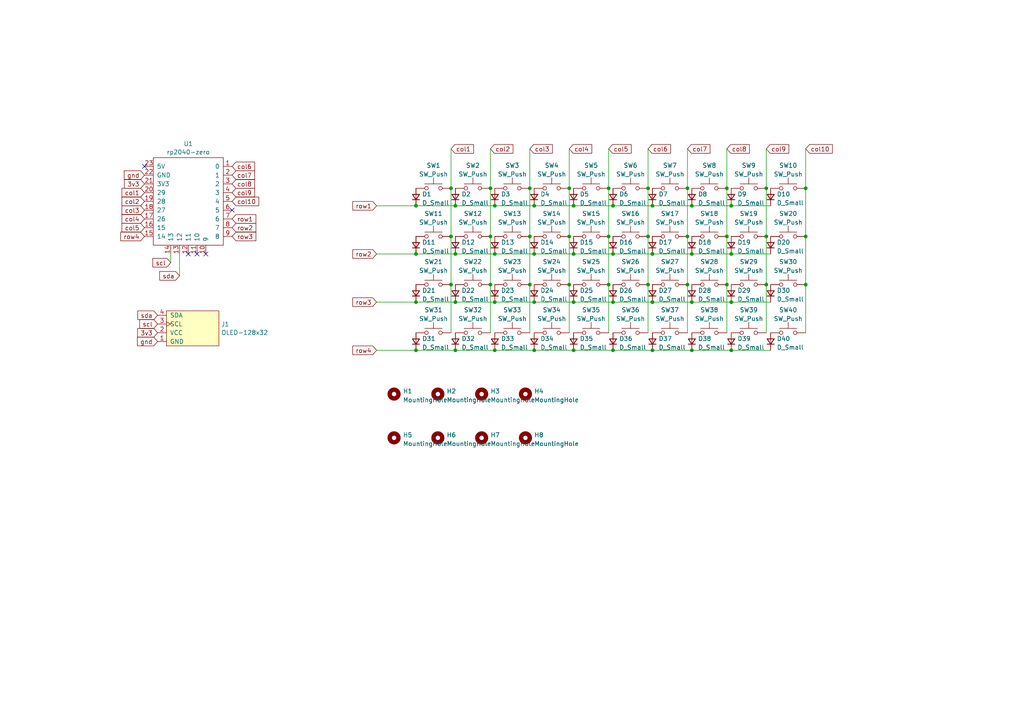
<source format=kicad_sch>
(kicad_sch (version 20230121) (generator eeschema)
  (paper "A4")
  (lib_symbols
    (symbol "Device:D_Small" (pin_numbers hide) (pin_names (offset 0.254) hide)
      (property "Reference" "D" (at -1.27 2.032 0))
      (property "Value" "D_Small" (at -3.81 -2.032 0))
      (symbol "D_Small_0_1"
        (polyline (pts (xy -0.762 -1.016) (xy -0.762 1.016)) (stroke (width 0.254)))
        (polyline (pts (xy -0.762 0) (xy 0.762 0)))
        (polyline (pts (xy 0.762 -1.016) (xy -0.762 0) (xy 0.762 1.016) (xy 0.762 -1.016)) (stroke (width 0.254)))
      )
      (symbol "D_Small_1_1"
        (pin passive line (at -2.54 0 0) (length 1.778) (name "K") (number "1"))
        (pin passive line (at 2.54 0 180) (length 1.778) (name "A") (number "2"))
      )
    )
    (symbol "Mechanical:MountingHole" (pin_names (offset 1.016))
      (property "Reference" "H" (at 0 5.08 0))
      (property "Value" "MountingHole" (at 0 3.175 0))
      (symbol "MountingHole_0_1"
        (circle (center 0 0) (radius 1.27) (stroke (width 1.27)))
      )
    )
    (symbol "Switch:SW_Push" (pin_numbers hide) (pin_names (offset 1.016) hide)
      (property "Reference" "SW" (at 1.27 2.54 0))
      (property "Value" "SW_Push" (at 0 -1.524 0))
      (symbol "SW_Push_0_1"
        (circle (center -2.032 0) (radius 0.508))
        (polyline (pts (xy 0 1.27) (xy 0 3.048)))
        (polyline (pts (xy 2.54 1.27) (xy -2.54 1.27)))
        (circle (center 2.032 0) (radius 0.508))
        (pin passive line (at -5.08 0 0) (length 2.54) (name "1") (number "1"))
        (pin passive line (at 5.08 0 180) (length 2.54) (name "2") (number "2"))
      )
    )
    (symbol "display:OLED-128x32" (pin_names (offset 1.016))
      (property "Reference" "J" (at 0 -6.35 0))
      (property "Value" "OLED-128x32" (at 0 6.35 0))
      (symbol "OLED-128x32_0_1"
        (rectangle (start 0 5.08) (end 15.24 -5.08) (fill (type background)))
      )
      (symbol "OLED-128x32_1_1"
        (pin power_in line (at -2.54 -3.81 0) (length 2.54) (name "GND") (number "1"))
        (pin power_in line (at -2.54 -1.27 0) (length 2.54) (name "VCC") (number "2"))
        (pin input clock (at -2.54 1.27 0) (length 2.54) (name "SCL") (number "3"))
        (pin bidirectional line (at -2.54 3.81 0) (length 2.54) (name "SDA") (number "4"))
      )
    )
    (symbol "mcu:rp2040-zero" (pin_names (offset 1.016))
      (property "Reference" "U" (at 0 15.24 0))
      (property "Value" "rp2040-zero" (at 0 12.7 0))
      (symbol "rp2040-zero_0_1"
        (rectangle (start -10.16 11.43) (end 10.16 -13.97))
      )
      (symbol "rp2040-zero_1_1"
        (pin bidirectional line (at 12.7 8.89 180) (length 2.54) (name "0") (number "1"))
        (pin bidirectional line (at 5.08 -16.51 90) (length 2.54) (name "9") (number "10"))
        (pin bidirectional line (at 2.54 -16.51 90) (length 2.54) (name "10") (number "11"))
        (pin bidirectional line (at 0 -16.51 90) (length 2.54) (name "11") (number "12"))
        (pin bidirectional line (at -2.54 -16.51 90) (length 2.54) (name "12") (number "13"))
        (pin bidirectional line (at -5.08 -16.51 90) (length 2.54) (name "13") (number "14"))
        (pin bidirectional line (at -12.7 -11.43 0) (length 2.54) (name "14") (number "15"))
        (pin bidirectional line (at -12.7 -8.89 0) (length 2.54) (name "15") (number "16"))
        (pin bidirectional line (at -12.7 -6.35 0) (length 2.54) (name "26") (number "17"))
        (pin bidirectional line (at -12.7 -3.81 0) (length 2.54) (name "27") (number "18"))
        (pin bidirectional line (at -12.7 -1.27 0) (length 2.54) (name "28") (number "19"))
        (pin bidirectional line (at 12.7 6.35 180) (length 2.54) (name "1") (number "2"))
        (pin bidirectional line (at -12.7 1.27 0) (length 2.54) (name "29") (number "20"))
        (pin power_out line (at -12.7 3.81 0) (length 2.54) (name "3V3") (number "21"))
        (pin power_out line (at -12.7 6.35 0) (length 2.54) (name "GND") (number "22"))
        (pin power_out line (at -12.7 8.89 0) (length 2.54) (name "5V") (number "23"))
        (pin bidirectional line (at 12.7 3.81 180) (length 2.54) (name "2") (number "3"))
        (pin bidirectional line (at 12.7 1.27 180) (length 2.54) (name "3") (number "4"))
        (pin bidirectional line (at 12.7 -1.27 180) (length 2.54) (name "4") (number "5"))
        (pin bidirectional line (at 12.7 -3.81 180) (length 2.54) (name "5") (number "6"))
        (pin bidirectional line (at 12.7 -6.35 180) (length 2.54) (name "6") (number "7"))
        (pin bidirectional line (at 12.7 -8.89 180) (length 2.54) (name "7") (number "8"))
        (pin bidirectional line (at 12.7 -11.43 180) (length 2.54) (name "8") (number "9"))
      )
    )
  )
  (junction (at 189.23 59.69))
  (junction (at 120.65 87.63))
  (junction (at 166.37 101.6))
  (junction (at 154.94 73.66))
  (junction (at 187.96 54.61))
  (junction (at 187.96 82.55))
  (junction (at 130.81 68.58))
  (junction (at 166.37 73.66))
  (junction (at 199.39 54.61))
  (junction (at 153.67 82.55))
  (junction (at 143.51 59.69))
  (junction (at 189.23 101.6))
  (junction (at 187.96 68.58))
  (junction (at 154.94 101.6))
  (junction (at 176.53 54.61))
  (junction (at 212.09 59.69))
  (junction (at 132.08 101.6))
  (junction (at 120.65 101.6))
  (junction (at 143.51 101.6))
  (junction (at 200.66 73.66))
  (junction (at 199.39 82.55))
  (junction (at 154.94 59.69))
  (junction (at 200.66 101.6))
  (junction (at 165.1 54.61))
  (junction (at 200.66 87.63))
  (junction (at 212.09 73.66))
  (junction (at 233.68 82.55))
  (junction (at 166.37 59.69))
  (junction (at 212.09 101.6))
  (junction (at 142.24 68.58))
  (junction (at 132.08 73.66))
  (junction (at 233.68 68.58))
  (junction (at 154.94 87.63))
  (junction (at 212.09 87.63))
  (junction (at 176.53 68.58))
  (junction (at 210.82 54.61))
  (junction (at 210.82 82.55))
  (junction (at 176.53 82.55))
  (junction (at 153.67 68.58))
  (junction (at 222.25 54.61))
  (junction (at 177.8 59.69))
  (junction (at 199.39 68.58))
  (junction (at 177.8 87.63))
  (junction (at 143.51 87.63))
  (junction (at 132.08 87.63))
  (junction (at 233.68 54.61))
  (junction (at 120.65 73.66))
  (junction (at 165.1 82.55))
  (junction (at 177.8 101.6))
  (junction (at 189.23 87.63))
  (junction (at 222.25 68.58))
  (junction (at 132.08 59.69))
  (junction (at 166.37 87.63))
  (junction (at 177.8 73.66))
  (junction (at 210.82 68.58))
  (junction (at 222.25 82.55))
  (junction (at 130.81 54.61))
  (junction (at 142.24 82.55))
  (junction (at 120.65 59.69))
  (junction (at 165.1 68.58))
  (junction (at 143.51 73.66))
  (junction (at 130.81 82.55))
  (junction (at 142.24 54.61))
  (junction (at 189.23 73.66))
  (junction (at 153.67 54.61))
  (junction (at 200.66 59.69))
  (no_connect (at 57.15 73.66))
  (no_connect (at 41.91 48.26))
  (no_connect (at 59.69 73.66))
  (no_connect (at 67.31 60.96))
  (no_connect (at 54.61 73.66))
  (wire (pts (xy 153.67 54.61) (xy 153.67 68.58)))
  (wire (pts (xy 153.67 68.58) (xy 153.67 82.55)))
  (wire (pts (xy 165.1 82.55) (xy 165.1 96.52)))
  (wire (pts (xy 222.25 68.58) (xy 222.25 82.55)))
  (wire (pts (xy 176.53 68.58) (xy 176.53 82.55)))
  (wire (pts (xy 154.94 101.6) (xy 166.37 101.6)))
  (wire (pts (xy 143.51 101.6) (xy 154.94 101.6)))
  (wire (pts (xy 200.66 73.66) (xy 212.09 73.66)))
  (wire (pts (xy 143.51 87.63) (xy 154.94 87.63)))
  (wire (pts (xy 109.22 73.66) (xy 120.65 73.66)))
  (wire (pts (xy 233.68 54.61) (xy 233.68 68.58)))
  (wire (pts (xy 187.96 43.18) (xy 187.96 54.61)))
  (wire (pts (xy 199.39 82.55) (xy 199.39 96.52)))
  (wire (pts (xy 154.94 73.66) (xy 166.37 73.66)))
  (wire (pts (xy 210.82 68.58) (xy 210.82 82.55)))
  (wire (pts (xy 153.67 43.18) (xy 153.67 54.61)))
  (wire (pts (xy 142.24 82.55) (xy 142.24 96.52)))
  (wire (pts (xy 130.81 68.58) (xy 130.81 82.55)))
  (wire (pts (xy 142.24 43.18) (xy 142.24 54.61)))
  (wire (pts (xy 222.25 43.18) (xy 222.25 54.61)))
  (wire (pts (xy 212.09 101.6) (xy 223.52 101.6)))
  (wire (pts (xy 142.24 68.58) (xy 142.24 82.55)))
  (wire (pts (xy 143.51 59.69) (xy 154.94 59.69)))
  (wire (pts (xy 109.22 101.6) (xy 120.65 101.6)))
  (wire (pts (xy 200.66 101.6) (xy 212.09 101.6)))
  (wire (pts (xy 130.81 82.55) (xy 130.81 96.52)))
  (wire (pts (xy 166.37 87.63) (xy 177.8 87.63)))
  (wire (pts (xy 199.39 43.18) (xy 199.39 54.61)))
  (wire (pts (xy 109.22 59.69) (xy 120.65 59.69)))
  (wire (pts (xy 222.25 82.55) (xy 222.25 96.52)))
  (wire (pts (xy 189.23 101.6) (xy 200.66 101.6)))
  (wire (pts (xy 199.39 68.58) (xy 199.39 82.55)))
  (wire (pts (xy 187.96 68.58) (xy 187.96 82.55)))
  (wire (pts (xy 200.66 87.63) (xy 212.09 87.63)))
  (wire (pts (xy 233.68 43.18) (xy 233.68 54.61)))
  (wire (pts (xy 212.09 59.69) (xy 223.52 59.69)))
  (wire (pts (xy 132.08 87.63) (xy 143.51 87.63)))
  (wire (pts (xy 132.08 73.66) (xy 143.51 73.66)))
  (wire (pts (xy 165.1 68.58) (xy 165.1 82.55)))
  (wire (pts (xy 177.8 101.6) (xy 189.23 101.6)))
  (wire (pts (xy 132.08 101.6) (xy 143.51 101.6)))
  (wire (pts (xy 120.65 73.66) (xy 132.08 73.66)))
  (wire (pts (xy 176.53 82.55) (xy 176.53 96.52)))
  (wire (pts (xy 200.66 59.69) (xy 212.09 59.69)))
  (wire (pts (xy 120.65 101.6) (xy 132.08 101.6)))
  (wire (pts (xy 120.65 59.69) (xy 132.08 59.69)))
  (wire (pts (xy 233.68 68.58) (xy 233.68 82.55)))
  (wire (pts (xy 165.1 43.18) (xy 165.1 54.61)))
  (wire (pts (xy 166.37 101.6) (xy 177.8 101.6)))
  (wire (pts (xy 177.8 59.69) (xy 189.23 59.69)))
  (wire (pts (xy 52.07 73.66) (xy 52.07 80.01)))
  (wire (pts (xy 142.24 54.61) (xy 142.24 68.58)))
  (wire (pts (xy 176.53 43.18) (xy 176.53 54.61)))
  (wire (pts (xy 130.81 43.18) (xy 130.81 54.61)))
  (wire (pts (xy 199.39 54.61) (xy 199.39 68.58)))
  (wire (pts (xy 189.23 87.63) (xy 200.66 87.63)))
  (wire (pts (xy 212.09 87.63) (xy 223.52 87.63)))
  (wire (pts (xy 210.82 82.55) (xy 210.82 96.52)))
  (wire (pts (xy 154.94 59.69) (xy 166.37 59.69)))
  (wire (pts (xy 165.1 54.61) (xy 165.1 68.58)))
  (wire (pts (xy 166.37 59.69) (xy 177.8 59.69)))
  (wire (pts (xy 177.8 87.63) (xy 189.23 87.63)))
  (wire (pts (xy 212.09 73.66) (xy 223.52 73.66)))
  (wire (pts (xy 233.68 82.55) (xy 233.68 96.52)))
  (wire (pts (xy 153.67 82.55) (xy 153.67 96.52)))
  (wire (pts (xy 49.53 73.66) (xy 49.53 76.2)))
  (wire (pts (xy 177.8 73.66) (xy 189.23 73.66)))
  (wire (pts (xy 210.82 43.18) (xy 210.82 54.61)))
  (wire (pts (xy 132.08 59.69) (xy 143.51 59.69)))
  (wire (pts (xy 143.51 73.66) (xy 154.94 73.66)))
  (wire (pts (xy 222.25 54.61) (xy 222.25 68.58)))
  (wire (pts (xy 130.81 54.61) (xy 130.81 68.58)))
  (wire (pts (xy 154.94 87.63) (xy 166.37 87.63)))
  (wire (pts (xy 176.53 54.61) (xy 176.53 68.58)))
  (wire (pts (xy 120.65 87.63) (xy 132.08 87.63)))
  (wire (pts (xy 210.82 54.61) (xy 210.82 68.58)))
  (wire (pts (xy 109.22 87.63) (xy 120.65 87.63)))
  (wire (pts (xy 189.23 59.69) (xy 200.66 59.69)))
  (wire (pts (xy 187.96 82.55) (xy 187.96 96.52)))
  (wire (pts (xy 166.37 73.66) (xy 177.8 73.66)))
  (wire (pts (xy 187.96 54.61) (xy 187.96 68.58)))
  (wire (pts (xy 189.23 73.66) (xy 200.66 73.66)))
  (global_label "col10" (shape input) (at 67.31 58.42 0) (property "Intersheetrefs" "${INTERSHEET_REFS}" (effects hide)))
  (global_label "col4" (shape input) (at 41.91 63.5 180) (property "Intersheetrefs" "${INTERSHEET_REFS}" (effects hide)))
  (global_label "3v3" (shape input) (at 41.91 53.34 180) (property "Intersheetrefs" "${INTERSHEET_REFS}" (effects hide)))
  (global_label "col6" (shape input) (at 187.96 43.18 0) (property "Intersheetrefs" "${INTERSHEET_REFS}" (effects hide)))
  (global_label "3v3" (shape input) (at 45.72 96.52 180) (property "Intersheetrefs" "${INTERSHEET_REFS}" (effects hide)))
  (global_label "col7" (shape input) (at 199.39 43.18 0) (property "Intersheetrefs" "${INTERSHEET_REFS}" (effects hide)))
  (global_label "scl" (shape input) (at 49.53 76.2 180) (property "Intersheetrefs" "${INTERSHEET_REFS}" (effects hide)))
  (global_label "col3" (shape input) (at 41.91 60.96 180) (property "Intersheetrefs" "${INTERSHEET_REFS}" (effects hide)))
  (global_label "col1" (shape input) (at 130.81 43.18 0) (property "Intersheetrefs" "${INTERSHEET_REFS}" (effects hide)))
  (global_label "col4" (shape input) (at 165.1 43.18 0) (property "Intersheetrefs" "${INTERSHEET_REFS}" (effects hide)))
  (global_label "sda" (shape input) (at 45.72 91.44 180) (property "Intersheetrefs" "${INTERSHEET_REFS}" (effects hide)))
  (global_label "col5" (shape input) (at 41.91 66.04 180) (property "Intersheetrefs" "${INTERSHEET_REFS}" (effects hide)))
  (global_label "col5" (shape input) (at 176.53 43.18 0) (property "Intersheetrefs" "${INTERSHEET_REFS}" (effects hide)))
  (global_label "row4" (shape input) (at 41.91 68.58 180) (property "Intersheetrefs" "${INTERSHEET_REFS}" (effects hide)))
  (global_label "row3" (shape input) (at 67.31 68.58 0) (property "Intersheetrefs" "${INTERSHEET_REFS}" (effects hide)))
  (global_label "row2" (shape input) (at 67.31 66.04 0) (property "Intersheetrefs" "${INTERSHEET_REFS}" (effects hide)))
  (global_label "col7" (shape input) (at 67.31 50.8 0) (property "Intersheetrefs" "${INTERSHEET_REFS}" (effects hide)))
  (global_label "col2" (shape input) (at 142.24 43.18 0) (property "Intersheetrefs" "${INTERSHEET_REFS}" (effects hide)))
  (global_label "gnd" (shape input) (at 45.72 99.06 180) (property "Intersheetrefs" "${INTERSHEET_REFS}" (effects hide)))
  (global_label "row1" (shape input) (at 109.22 59.69 180) (property "Intersheetrefs" "${INTERSHEET_REFS}" (effects hide)))
  (global_label "sda" (shape input) (at 52.07 80.01 180) (property "Intersheetrefs" "${INTERSHEET_REFS}" (effects hide)))
  (global_label "row1" (shape input) (at 67.31 63.5 0) (property "Intersheetrefs" "${INTERSHEET_REFS}" (effects hide)))
  (global_label "col1" (shape input) (at 41.91 55.88 180) (property "Intersheetrefs" "${INTERSHEET_REFS}" (effects hide)))
  (global_label "row4" (shape input) (at 109.22 101.6 180) (property "Intersheetrefs" "${INTERSHEET_REFS}" (effects hide)))
  (global_label "gnd" (shape input) (at 41.91 50.8 180) (property "Intersheetrefs" "${INTERSHEET_REFS}" (effects hide)))
  (global_label "col8" (shape input) (at 210.82 43.18 0) (property "Intersheetrefs" "${INTERSHEET_REFS}" (effects hide)))
  (global_label "col9" (shape input) (at 222.25 43.18 0) (property "Intersheetrefs" "${INTERSHEET_REFS}" (effects hide)))
  (global_label "row3" (shape input) (at 109.22 87.63 180) (property "Intersheetrefs" "${INTERSHEET_REFS}" (effects hide)))
  (global_label "col2" (shape input) (at 41.91 58.42 180) (property "Intersheetrefs" "${INTERSHEET_REFS}" (effects hide)))
  (global_label "col6" (shape input) (at 67.31 48.26 0) (property "Intersheetrefs" "${INTERSHEET_REFS}" (effects hide)))
  (global_label "col8" (shape input) (at 67.31 53.34 0) (property "Intersheetrefs" "${INTERSHEET_REFS}" (effects hide)))
  (global_label "scl" (shape input) (at 45.72 93.98 180) (property "Intersheetrefs" "${INTERSHEET_REFS}" (effects hide)))
  (global_label "col3" (shape input) (at 153.67 43.18 0) (property "Intersheetrefs" "${INTERSHEET_REFS}" (effects hide)))
  (global_label "row2" (shape input) (at 109.22 73.66 180) (property "Intersheetrefs" "${INTERSHEET_REFS}" (effects hide)))
  (global_label "col9" (shape input) (at 67.31 55.88 0) (property "Intersheetrefs" "${INTERSHEET_REFS}" (effects hide)))
  (global_label "col10" (shape input) (at 233.68 43.18 0) (property "Intersheetrefs" "${INTERSHEET_REFS}" (effects hide)))
  (symbol (lib_id "Switch:SW_Push") (at 148.59 68.58 0) (unit 1)
    (property "Reference" "SW13" (at 148.59 61.9592 0))
    (property "Value" "SW_Push" (at 148.59 64.4961 0))
    (property "Footprint" "userlib:Button_Mute_Kailh" (effects hide))
  )
  (symbol (lib_id "Device:D_Small") (at 120.65 99.06 90) (unit 1)
    (property "Reference" "D31" (at 122.428 98.2253 90) (effects (justify right)))
    (property "Value" "D_Small" (at 122.428 100.7622 90) (effects (justify right)))
    (property "Footprint" "Diode_SMD:D_MiniMELF" (effects hide))
  )
  (symbol (lib_id "Switch:SW_Push") (at 125.73 82.55 0) (unit 1)
    (property "Reference" "SW21" (at 125.73 75.9292 0))
    (property "Value" "SW_Push" (at 125.73 78.4661 0))
    (property "Footprint" "userlib:Button_Mute_Kailh" (effects hide))
  )
  (symbol (lib_id "Device:D_Small") (at 132.08 57.15 90) (unit 1)
    (property "Reference" "D2" (at 133.858 56.3153 90) (effects (justify right)))
    (property "Value" "D_Small" (at 133.858 58.8522 90) (effects (justify right)))
    (property "Footprint" "Diode_SMD:D_MiniMELF" (effects hide))
  )
  (symbol (lib_id "Device:D_Small") (at 166.37 99.06 90) (unit 1)
    (property "Reference" "D35" (at 168.148 98.2253 90) (effects (justify right)))
    (property "Value" "D_Small" (at 168.148 100.7622 90) (effects (justify right)))
    (property "Footprint" "Diode_SMD:D_MiniMELF" (effects hide))
  )
  (symbol (lib_id "Device:D_Small") (at 166.37 85.09 90) (unit 1)
    (property "Reference" "D25" (at 168.148 84.2553 90) (effects (justify right)))
    (property "Value" "D_Small" (at 168.148 86.7922 90) (effects (justify right)))
    (property "Footprint" "Diode_SMD:D_MiniMELF" (effects hide))
  )
  (symbol (lib_id "Device:D_Small") (at 177.8 99.06 90) (unit 1)
    (property "Reference" "D36" (at 179.578 98.2253 90) (effects (justify right)))
    (property "Value" "D_Small" (at 179.578 100.7622 90) (effects (justify right)))
    (property "Footprint" "Diode_SMD:D_MiniMELF" (effects hide))
  )
  (symbol (lib_id "Device:D_Small") (at 154.94 99.06 90) (unit 1)
    (property "Reference" "D34" (at 156.718 98.2253 90) (effects (justify right)))
    (property "Value" "D_Small" (at 156.718 100.7622 90) (effects (justify right)))
    (property "Footprint" "Diode_SMD:D_MiniMELF" (effects hide))
  )
  (symbol (lib_id "Device:D_Small") (at 200.66 71.12 90) (unit 1)
    (property "Reference" "D18" (at 202.438 70.2853 90) (effects (justify right)))
    (property "Value" "D_Small" (at 202.438 72.8222 90) (effects (justify right)))
    (property "Footprint" "Diode_SMD:D_MiniMELF" (effects hide))
  )
  (symbol (lib_id "Switch:SW_Push") (at 171.45 54.61 0) (unit 1)
    (property "Reference" "SW5" (at 171.45 47.9892 0))
    (property "Value" "SW_Push" (at 171.45 50.5261 0))
    (property "Footprint" "userlib:Button_Mute_Kailh" (effects hide))
  )
  (symbol (lib_id "display:OLED-128x32") (at 48.26 95.25 0) (unit 1)
    (property "Reference" "J1" (at 64.135 94.0379 0) (effects (justify left)))
    (property "Value" "OLED-128x32" (at 64.135 96.4621 0) (effects (justify left)))
    (property "Footprint" "display:OLED-128x32-cutout" (effects hide))
  )
  (symbol (lib_id "Switch:SW_Push") (at 125.73 68.58 0) (unit 1)
    (property "Reference" "SW11" (at 125.73 61.9592 0))
    (property "Value" "SW_Push" (at 125.73 64.4961 0))
    (property "Footprint" "userlib:Button_Mute_Kailh" (effects hide))
  )
  (symbol (lib_id "mcu:rp2040-zero") (at 54.61 57.15 0) (unit 1)
    (property "Reference" "U1" (at 54.61 41.7027 0))
    (property "Value" "rp2040-zero" (at 54.61 44.1269 0))
    (property "Footprint" "mcu:rp2040-zero-tht" (effects hide))
  )
  (symbol (lib_id "Device:D_Small") (at 154.94 57.15 90) (unit 1)
    (property "Reference" "D4" (at 156.718 56.3153 90) (effects (justify right)))
    (property "Value" "D_Small" (at 156.718 58.8522 90) (effects (justify right)))
    (property "Footprint" "Diode_SMD:D_MiniMELF" (effects hide))
  )
  (symbol (lib_id "Switch:SW_Push") (at 228.6 96.52 0) (unit 1)
    (property "Reference" "SW40" (at 228.6 89.8992 0))
    (property "Value" "SW_Push" (at 228.6 92.4361 0))
    (property "Footprint" "userlib:Button_Mute_Kailh" (effects hide))
  )
  (symbol (lib_id "Switch:SW_Push") (at 148.59 82.55 0) (unit 1)
    (property "Reference" "SW23" (at 148.59 75.9292 0))
    (property "Value" "SW_Push" (at 148.59 78.4661 0))
    (property "Footprint" "userlib:Button_Mute_Kailh" (effects hide))
  )
  (symbol (lib_id "Device:D_Small") (at 120.65 71.12 90) (unit 1)
    (property "Reference" "D11" (at 122.428 70.2853 90) (effects (justify right)))
    (property "Value" "D_Small" (at 122.428 72.8222 90) (effects (justify right)))
    (property "Footprint" "Diode_SMD:D_MiniMELF" (effects hide))
  )
  (symbol (lib_id "Switch:SW_Push") (at 217.17 68.58 0) (unit 1)
    (property "Reference" "SW19" (at 217.17 61.9592 0))
    (property "Value" "SW_Push" (at 217.17 64.4961 0))
    (property "Footprint" "userlib:Button_Mute_Kailh" (effects hide))
  )
  (symbol (lib_id "Device:D_Small") (at 143.51 85.09 90) (unit 1)
    (property "Reference" "D23" (at 145.288 84.2553 90) (effects (justify right)))
    (property "Value" "D_Small" (at 145.288 86.7922 90) (effects (justify right)))
    (property "Footprint" "Diode_SMD:D_MiniMELF" (effects hide))
  )
  (symbol (lib_id "Device:D_Small") (at 189.23 99.06 90) (unit 1)
    (property "Reference" "D37" (at 191.008 98.2253 90) (effects (justify right)))
    (property "Value" "D_Small" (at 191.008 100.7622 90) (effects (justify right)))
    (property "Footprint" "Diode_SMD:D_MiniMELF" (effects hide))
  )
  (symbol (lib_id "Device:D_Small") (at 212.09 71.12 90) (unit 1)
    (property "Reference" "D19" (at 213.868 70.2853 90) (effects (justify right)))
    (property "Value" "D_Small" (at 213.868 72.8222 90) (effects (justify right)))
    (property "Footprint" "Diode_SMD:D_MiniMELF" (effects hide))
  )
  (symbol (lib_id "Switch:SW_Push") (at 217.17 96.52 0) (unit 1)
    (property "Reference" "SW39" (at 217.17 89.8992 0))
    (property "Value" "SW_Push" (at 217.17 92.4361 0))
    (property "Footprint" "userlib:Button_Mute_Kailh" (effects hide))
  )
  (symbol (lib_id "Switch:SW_Push") (at 194.31 96.52 0) (unit 1)
    (property "Reference" "SW37" (at 194.31 89.8992 0))
    (property "Value" "SW_Push" (at 194.31 92.4361 0))
    (property "Footprint" "userlib:Button_Mute_Kailh" (effects hide))
  )
  (symbol (lib_id "Switch:SW_Push") (at 217.17 54.61 0) (unit 1)
    (property "Reference" "SW9" (at 217.17 47.9892 0))
    (property "Value" "SW_Push" (at 217.17 50.5261 0))
    (property "Footprint" "userlib:Button_Mute_Kailh" (effects hide))
  )
  (symbol (lib_id "Switch:SW_Push") (at 217.17 82.55 0) (unit 1)
    (property "Reference" "SW29" (at 217.17 75.9292 0))
    (property "Value" "SW_Push" (at 217.17 78.4661 0))
    (property "Footprint" "userlib:Button_Mute_Kailh" (effects hide))
  )
  (symbol (lib_id "Device:D_Small") (at 200.66 57.15 90) (unit 1)
    (property "Reference" "D8" (at 202.438 56.3153 90) (effects (justify right)))
    (property "Value" "D_Small" (at 202.438 58.8522 90) (effects (justify right)))
    (property "Footprint" "Diode_SMD:D_MiniMELF" (effects hide))
  )
  (symbol (lib_id "Device:D_Small") (at 166.37 71.12 90) (unit 1)
    (property "Reference" "D15" (at 168.148 70.2853 90) (effects (justify right)))
    (property "Value" "D_Small" (at 168.148 72.8222 90) (effects (justify right)))
    (property "Footprint" "Diode_SMD:D_MiniMELF" (effects hide))
  )
  (symbol (lib_id "Device:D_Small") (at 212.09 85.09 90) (unit 1)
    (property "Reference" "D29" (at 213.868 84.2553 90) (effects (justify right)))
    (property "Value" "D_Small" (at 213.868 86.7922 90) (effects (justify right)))
    (property "Footprint" "Diode_SMD:D_MiniMELF" (effects hide))
  )
  (symbol (lib_id "Device:D_Small") (at 154.94 85.09 90) (unit 1)
    (property "Reference" "D24" (at 156.718 84.2553 90) (effects (justify right)))
    (property "Value" "D_Small" (at 156.718 86.7922 90) (effects (justify right)))
    (property "Footprint" "Diode_SMD:D_MiniMELF" (effects hide))
  )
  (symbol (lib_id "Switch:SW_Push") (at 182.88 96.52 0) (unit 1)
    (property "Reference" "SW36" (at 182.88 89.8992 0))
    (property "Value" "SW_Push" (at 182.88 92.4361 0))
    (property "Footprint" "userlib:Button_Mute_Kailh" (effects hide))
  )
  (symbol (lib_id "Switch:SW_Push") (at 205.74 96.52 0) (unit 1)
    (property "Reference" "SW38" (at 205.74 89.8992 0))
    (property "Value" "SW_Push" (at 205.74 92.4361 0))
    (property "Footprint" "userlib:Button_Mute_Kailh" (effects hide))
  )
  (symbol (lib_id "Switch:SW_Push") (at 182.88 68.58 0) (unit 1)
    (property "Reference" "SW16" (at 182.88 61.9592 0))
    (property "Value" "SW_Push" (at 182.88 64.4961 0))
    (property "Footprint" "userlib:Button_Mute_Kailh" (effects hide))
  )
  (symbol (lib_id "Switch:SW_Push") (at 137.16 96.52 0) (unit 1)
    (property "Reference" "SW32" (at 137.16 89.8992 0))
    (property "Value" "SW_Push" (at 137.16 92.4361 0))
    (property "Footprint" "userlib:Button_Mute_Kailh" (effects hide))
  )
  (symbol (lib_id "Switch:SW_Push") (at 160.02 82.55 0) (unit 1)
    (property "Reference" "SW24" (at 160.02 75.9292 0))
    (property "Value" "SW_Push" (at 160.02 78.4661 0))
    (property "Footprint" "userlib:Button_Mute_Kailh" (effects hide))
  )
  (symbol (lib_id "Switch:SW_Push") (at 228.6 82.55 0) (unit 1)
    (property "Reference" "SW30" (at 228.6 75.9292 0))
    (property "Value" "SW_Push" (at 228.6 78.4661 0))
    (property "Footprint" "userlib:Button_Mute_Kailh" (effects hide))
  )
  (symbol (lib_id "Device:D_Small") (at 143.51 57.15 90) (unit 1)
    (property "Reference" "D3" (at 145.288 56.3153 90) (effects (justify right)))
    (property "Value" "D_Small" (at 145.288 58.8522 90) (effects (justify right)))
    (property "Footprint" "Diode_SMD:D_MiniMELF" (effects hide))
  )
  (symbol (lib_id "Switch:SW_Push") (at 205.74 68.58 0) (unit 1)
    (property "Reference" "SW18" (at 205.74 61.9592 0))
    (property "Value" "SW_Push" (at 205.74 64.4961 0))
    (property "Footprint" "userlib:Button_Mute_Kailh" (effects hide))
  )
  (symbol (lib_id "Switch:SW_Push") (at 194.31 54.61 0) (unit 1)
    (property "Reference" "SW7" (at 194.31 47.9892 0))
    (property "Value" "SW_Push" (at 194.31 50.5261 0))
    (property "Footprint" "userlib:Button_Mute_Kailh" (effects hide))
  )
  (symbol (lib_id "Device:D_Small") (at 223.52 85.09 90) (unit 1)
    (property "Reference" "D30" (at 225.298 84.2553 90) (effects (justify right)))
    (property "Value" "D_Small" (at 225.298 86.7922 90) (effects (justify right)))
    (property "Footprint" "Diode_SMD:D_MiniMELF" (effects hide))
  )
  (symbol (lib_id "Switch:SW_Push") (at 125.73 96.52 0) (unit 1)
    (property "Reference" "SW31" (at 125.73 89.8992 0))
    (property "Value" "SW_Push" (at 125.73 92.4361 0))
    (property "Footprint" "userlib:Button_Mute_Kailh" (effects hide))
  )
  (symbol (lib_id "Device:D_Small") (at 143.51 71.12 90) (unit 1)
    (property "Reference" "D13" (at 145.288 70.2853 90) (effects (justify right)))
    (property "Value" "D_Small" (at 145.288 72.8222 90) (effects (justify right)))
    (property "Footprint" "Diode_SMD:D_MiniMELF" (effects hide))
  )
  (symbol (lib_id "Switch:SW_Push") (at 125.73 54.61 0) (unit 1)
    (property "Reference" "SW1" (at 125.73 47.9892 0))
    (property "Value" "SW_Push" (at 125.73 50.5261 0))
    (property "Footprint" "userlib:Button_Mute_Kailh" (effects hide))
  )
  (symbol (lib_id "Mechanical:MountingHole") (at 152.4 114.3 0) (unit 1)
    (property "Reference" "H4" (at 154.94 113.4653 0) (effects (justify left)))
    (property "Value" "MountingHole" (at 154.94 116.0022 0) (effects (justify left)))
    (property "Footprint" "userlib:m1.6_hole" (effects hide))
  )
  (symbol (lib_id "Device:D_Small") (at 120.65 57.15 90) (unit 1)
    (property "Reference" "D1" (at 122.428 56.3153 90) (effects (justify right)))
    (property "Value" "D_Small" (at 122.428 58.8522 90) (effects (justify right)))
    (property "Footprint" "Diode_SMD:D_MiniMELF" (effects hide))
  )
  (symbol (lib_id "Switch:SW_Push") (at 171.45 96.52 0) (unit 1)
    (property "Reference" "SW35" (at 171.45 89.8992 0))
    (property "Value" "SW_Push" (at 171.45 92.4361 0))
    (property "Footprint" "userlib:Button_Mute_Kailh" (effects hide))
  )
  (symbol (lib_id "Mechanical:MountingHole") (at 114.3 114.3 0) (unit 1)
    (property "Reference" "H1" (at 116.84 113.4653 0) (effects (justify left)))
    (property "Value" "MountingHole" (at 116.84 116.0022 0) (effects (justify left)))
    (property "Footprint" "userlib:m1.6_hole" (effects hide))
  )
  (symbol (lib_id "Mechanical:MountingHole") (at 139.7 114.3 0) (unit 1)
    (property "Reference" "H3" (at 142.24 113.4653 0) (effects (justify left)))
    (property "Value" "MountingHole" (at 142.24 116.0022 0) (effects (justify left)))
    (property "Footprint" "userlib:m1.6_hole" (effects hide))
  )
  (symbol (lib_id "Device:D_Small") (at 177.8 71.12 90) (unit 1)
    (property "Reference" "D16" (at 179.578 70.2853 90) (effects (justify right)))
    (property "Value" "D_Small" (at 179.578 72.8222 90) (effects (justify right)))
    (property "Footprint" "Diode_SMD:D_MiniMELF" (effects hide))
  )
  (symbol (lib_id "Device:D_Small") (at 212.09 57.15 90) (unit 1)
    (property "Reference" "D9" (at 213.868 56.3153 90) (effects (justify right)))
    (property "Value" "D_Small" (at 213.868 58.8522 90) (effects (justify right)))
    (property "Footprint" "Diode_SMD:D_MiniMELF" (effects hide))
  )
  (symbol (lib_id "Device:D_Small") (at 223.52 71.12 90) (unit 1)
    (property "Reference" "D20" (at 225.298 70.2853 90) (effects (justify right)))
    (property "Value" "D_Small" (at 225.298 72.8222 90) (effects (justify right)))
    (property "Footprint" "Diode_SMD:D_MiniMELF" (effects hide))
  )
  (symbol (lib_id "Device:D_Small") (at 200.66 99.06 90) (unit 1)
    (property "Reference" "D38" (at 202.438 98.2253 90) (effects (justify right)))
    (property "Value" "D_Small" (at 202.438 100.7622 90) (effects (justify right)))
    (property "Footprint" "Diode_SMD:D_MiniMELF" (effects hide))
  )
  (symbol (lib_id "Mechanical:MountingHole") (at 139.7 127 0) (unit 1)
    (property "Reference" "H7" (at 142.24 126.1653 0) (effects (justify left)))
    (property "Value" "MountingHole" (at 142.24 128.7022 0) (effects (justify left)))
    (property "Footprint" "userlib:m1.6_hole" (effects hide))
  )
  (symbol (lib_id "Switch:SW_Push") (at 160.02 96.52 0) (unit 1)
    (property "Reference" "SW34" (at 160.02 89.8992 0))
    (property "Value" "SW_Push" (at 160.02 92.4361 0))
    (property "Footprint" "userlib:Button_Mute_Kailh" (effects hide))
  )
  (symbol (lib_id "Device:D_Small") (at 154.94 71.12 90) (unit 1)
    (property "Reference" "D14" (at 156.718 70.2853 90) (effects (justify right)))
    (property "Value" "D_Small" (at 156.718 72.8222 90) (effects (justify right)))
    (property "Footprint" "Diode_SMD:D_MiniMELF" (effects hide))
  )
  (symbol (lib_id "Switch:SW_Push") (at 160.02 54.61 0) (unit 1)
    (property "Reference" "SW4" (at 160.02 47.9892 0))
    (property "Value" "SW_Push" (at 160.02 50.5261 0))
    (property "Footprint" "userlib:Button_Mute_Kailh" (effects hide))
  )
  (symbol (lib_id "Device:D_Small") (at 177.8 85.09 90) (unit 1)
    (property "Reference" "D26" (at 179.578 84.2553 90) (effects (justify right)))
    (property "Value" "D_Small" (at 179.578 86.7922 90) (effects (justify right)))
    (property "Footprint" "Diode_SMD:D_MiniMELF" (effects hide))
  )
  (symbol (lib_id "Switch:SW_Push") (at 160.02 68.58 0) (unit 1)
    (property "Reference" "SW14" (at 160.02 61.9592 0))
    (property "Value" "SW_Push" (at 160.02 64.4961 0))
    (property "Footprint" "userlib:Button_Mute_Kailh" (effects hide))
  )
  (symbol (lib_id "Device:D_Small") (at 189.23 57.15 90) (unit 1)
    (property "Reference" "D7" (at 191.008 56.3153 90) (effects (justify right)))
    (property "Value" "D_Small" (at 191.008 58.8522 90) (effects (justify right)))
    (property "Footprint" "Diode_SMD:D_MiniMELF" (effects hide))
  )
  (symbol (lib_id "Switch:SW_Push") (at 194.31 82.55 0) (unit 1)
    (property "Reference" "SW27" (at 194.31 75.9292 0))
    (property "Value" "SW_Push" (at 194.31 78.4661 0))
    (property "Footprint" "userlib:Button_Mute_Kailh" (effects hide))
  )
  (symbol (lib_id "Device:D_Small") (at 166.37 57.15 90) (unit 1)
    (property "Reference" "D5" (at 168.148 56.3153 90) (effects (justify right)))
    (property "Value" "D_Small" (at 168.148 58.8522 90) (effects (justify right)))
    (property "Footprint" "Diode_SMD:D_MiniMELF" (effects hide))
  )
  (symbol (lib_id "Switch:SW_Push") (at 171.45 82.55 0) (unit 1)
    (property "Reference" "SW25" (at 171.45 75.9292 0))
    (property "Value" "SW_Push" (at 171.45 78.4661 0))
    (property "Footprint" "userlib:Button_Mute_Kailh" (effects hide))
  )
  (symbol (lib_id "Switch:SW_Push") (at 228.6 54.61 0) (unit 1)
    (property "Reference" "SW10" (at 228.6 47.9892 0))
    (property "Value" "SW_Push" (at 228.6 50.5261 0))
    (property "Footprint" "userlib:Button_Mute_Kailh" (effects hide))
  )
  (symbol (lib_id "Switch:SW_Push") (at 148.59 54.61 0) (unit 1)
    (property "Reference" "SW3" (at 148.59 47.9892 0))
    (property "Value" "SW_Push" (at 148.59 50.5261 0))
    (property "Footprint" "userlib:Button_Mute_Kailh" (effects hide))
  )
  (symbol (lib_id "Switch:SW_Push") (at 137.16 82.55 0) (unit 1)
    (property "Reference" "SW22" (at 137.16 75.9292 0))
    (property "Value" "SW_Push" (at 137.16 78.4661 0))
    (property "Footprint" "userlib:Button_Mute_Kailh" (effects hide))
  )
  (symbol (lib_id "Device:D_Small") (at 212.09 99.06 90) (unit 1)
    (property "Reference" "D39" (at 213.868 98.2253 90) (effects (justify right)))
    (property "Value" "D_Small" (at 213.868 100.7622 90) (effects (justify right)))
    (property "Footprint" "Diode_SMD:D_MiniMELF" (effects hide))
  )
  (symbol (lib_id "Switch:SW_Push") (at 205.74 54.61 0) (unit 1)
    (property "Reference" "SW8" (at 205.74 47.9892 0))
    (property "Value" "SW_Push" (at 205.74 50.5261 0))
    (property "Footprint" "userlib:Button_Mute_Kailh" (effects hide))
  )
  (symbol (lib_id "Switch:SW_Push") (at 148.59 96.52 0) (unit 1)
    (property "Reference" "SW33" (at 148.59 89.8992 0))
    (property "Value" "SW_Push" (at 148.59 92.4361 0))
    (property "Footprint" "userlib:Button_Mute_Kailh" (effects hide))
  )
  (symbol (lib_id "Device:D_Small") (at 189.23 71.12 90) (unit 1)
    (property "Reference" "D17" (at 191.008 70.2853 90) (effects (justify right)))
    (property "Value" "D_Small" (at 191.008 72.8222 90) (effects (justify right)))
    (property "Footprint" "Diode_SMD:D_MiniMELF" (effects hide))
  )
  (symbol (lib_id "Device:D_Small") (at 143.51 99.06 90) (unit 1)
    (property "Reference" "D33" (at 145.288 98.2253 90) (effects (justify right)))
    (property "Value" "D_Small" (at 145.288 100.7622 90) (effects (justify right)))
    (property "Footprint" "Diode_SMD:D_MiniMELF" (effects hide))
  )
  (symbol (lib_id "Device:D_Small") (at 132.08 85.09 90) (unit 1)
    (property "Reference" "D22" (at 133.858 84.2553 90) (effects (justify right)))
    (property "Value" "D_Small" (at 133.858 86.7922 90) (effects (justify right)))
    (property "Footprint" "Diode_SMD:D_MiniMELF" (effects hide))
  )
  (symbol (lib_id "Mechanical:MountingHole") (at 152.4 127 0) (unit 1)
    (property "Reference" "H8" (at 154.94 126.1653 0) (effects (justify left)))
    (property "Value" "MountingHole" (at 154.94 128.7022 0) (effects (justify left)))
    (property "Footprint" "userlib:m1.6_hole" (effects hide))
  )
  (symbol (lib_id "Switch:SW_Push") (at 137.16 68.58 0) (unit 1)
    (property "Reference" "SW12" (at 137.16 61.9592 0))
    (property "Value" "SW_Push" (at 137.16 64.4961 0))
    (property "Footprint" "userlib:Button_Mute_Kailh" (effects hide))
  )
  (symbol (lib_id "Device:D_Small") (at 177.8 57.15 90) (unit 1)
    (property "Reference" "D6" (at 179.578 56.3153 90) (effects (justify right)))
    (property "Value" "D_Small" (at 179.578 58.8522 90) (effects (justify right)))
    (property "Footprint" "Diode_SMD:D_MiniMELF" (effects hide))
  )
  (symbol (lib_id "Switch:SW_Push") (at 194.31 68.58 0) (unit 1)
    (property "Reference" "SW17" (at 194.31 61.9592 0))
    (property "Value" "SW_Push" (at 194.31 64.4961 0))
    (property "Footprint" "userlib:Button_Mute_Kailh" (effects hide))
  )
  (symbol (lib_id "Switch:SW_Push") (at 171.45 68.58 0) (unit 1)
    (property "Reference" "SW15" (at 171.45 61.9592 0))
    (property "Value" "SW_Push" (at 171.45 64.4961 0))
    (property "Footprint" "userlib:Button_Mute_Kailh" (effects hide))
  )
  (symbol (lib_id "Device:D_Small") (at 120.65 85.09 90) (unit 1)
    (property "Reference" "D21" (at 122.428 84.2553 90) (effects (justify right)))
    (property "Value" "D_Small" (at 122.428 86.7922 90) (effects (justify right)))
    (property "Footprint" "Diode_SMD:D_MiniMELF" (effects hide))
  )
  (symbol (lib_id "Device:D_Small") (at 200.66 85.09 90) (unit 1)
    (property "Reference" "D28" (at 202.438 84.2553 90) (effects (justify right)))
    (property "Value" "D_Small" (at 202.438 86.7922 90) (effects (justify right)))
    (property "Footprint" "Diode_SMD:D_MiniMELF" (effects hide))
  )
  (symbol (lib_id "Switch:SW_Push") (at 137.16 54.61 0) (unit 1)
    (property "Reference" "SW2" (at 137.16 47.9892 0))
    (property "Value" "SW_Push" (at 137.16 50.5261 0))
    (property "Footprint" "userlib:Button_Mute_Kailh" (effects hide))
  )
  (symbol (lib_id "Mechanical:MountingHole") (at 127 127 0) (unit 1)
    (property "Reference" "H6" (at 129.54 126.1653 0) (effects (justify left)))
    (property "Value" "MountingHole" (at 129.54 128.7022 0) (effects (justify left)))
    (property "Footprint" "userlib:m1.6_hole" (effects hide))
  )
  (symbol (lib_id "Mechanical:MountingHole") (at 114.3 127 0) (unit 1)
    (property "Reference" "H5" (at 116.84 126.1653 0) (effects (justify left)))
    (property "Value" "MountingHole" (at 116.84 128.7022 0) (effects (justify left)))
    (property "Footprint" "userlib:m1.6_hole" (effects hide))
  )
  (symbol (lib_id "Device:D_Small") (at 223.52 57.15 90) (unit 1)
    (property "Reference" "D10" (at 225.298 56.3153 90) (effects (justify right)))
    (property "Value" "D_Small" (at 225.298 58.8522 90) (effects (justify right)))
    (property "Footprint" "Diode_SMD:D_MiniMELF" (effects hide))
  )
  (symbol (lib_id "Device:D_Small") (at 132.08 71.12 90) (unit 1)
    (property "Reference" "D12" (at 133.858 70.2853 90) (effects (justify right)))
    (property "Value" "D_Small" (at 133.858 72.8222 90) (effects (justify right)))
    (property "Footprint" "Diode_SMD:D_MiniMELF" (effects hide))
  )
  (symbol (lib_id "Mechanical:MountingHole") (at 127 114.3 0) (unit 1)
    (property "Reference" "H2" (at 129.54 113.4653 0) (effects (justify left)))
    (property "Value" "MountingHole" (at 129.54 116.0022 0) (effects (justify left)))
    (property "Footprint" "userlib:m1.6_hole" (effects hide))
  )
  (symbol (lib_id "Switch:SW_Push") (at 182.88 82.55 0) (unit 1)
    (property "Reference" "SW26" (at 182.88 75.9292 0))
    (property "Value" "SW_Push" (at 182.88 78.4661 0))
    (property "Footprint" "userlib:Button_Mute_Kailh" (effects hide))
  )
  (symbol (lib_id "Switch:SW_Push") (at 205.74 82.55 0) (unit 1)
    (property "Reference" "SW28" (at 205.74 75.9292 0))
    (property "Value" "SW_Push" (at 205.74 78.4661 0))
    (property "Footprint" "userlib:Button_Mute_Kailh" (effects hide))
  )
  (symbol (lib_id "Device:D_Small") (at 223.52 99.06 90) (unit 1)
    (property "Reference" "D40" (at 225.298 98.2253 90) (effects (justify right)))
    (property "Value" "D_Small" (at 225.298 100.7622 90) (effects (justify right)))
    (property "Footprint" "Diode_SMD:D_MiniMELF" (effects hide))
  )
  (symbol (lib_id "Switch:SW_Push") (at 182.88 54.61 0) (unit 1)
    (property "Reference" "SW6" (at 182.88 47.9892 0))
    (property "Value" "SW_Push" (at 182.88 50.5261 0))
    (property "Footprint" "userlib:Button_Mute_Kailh" (effects hide))
  )
  (symbol (lib_id "Device:D_Small") (at 132.08 99.06 90) (unit 1)
    (property "Reference" "D32" (at 133.858 98.2253 90) (effects (justify right)))
    (property "Value" "D_Small" (at 133.858 100.7622 90) (effects (justify right)))
    (property "Footprint" "Diode_SMD:D_MiniMELF" (effects hide))
  )
  (symbol (lib_id "Device:D_Small") (at 189.23 85.09 90) (unit 1)
    (property "Reference" "D27" (at 191.008 84.2553 90) (effects (justify right)))
    (property "Value" "D_Small" (at 191.008 86.7922 90) (effects (justify right)))
    (property "Footprint" "Diode_SMD:D_MiniMELF" (effects hide))
  )
  (symbol (lib_id "Switch:SW_Push") (at 228.6 68.58 0) (unit 1)
    (property "Reference" "SW20" (at 228.6 61.9592 0))
    (property "Value" "SW_Push" (at 228.6 64.4961 0))
    (property "Footprint" "userlib:Button_Mute_Kailh" (effects hide))
  )
)
</source>
